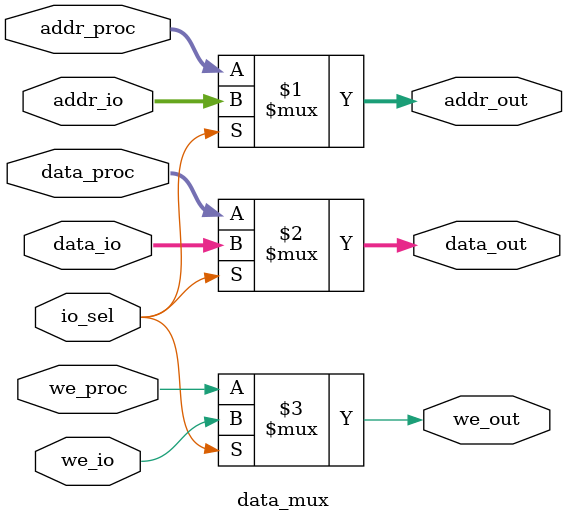
<source format=v>
module data_mux #(
    parameter ADDRW = 32,
    parameter DATAW = 32
) (
    input wire io_sel,

    input wire [ADDRW-1:0] addr_io,
    input wire [DATAW-1:0] data_io,
    input wire we_io,

    input wire [ADDRW-1:0] addr_proc,
    input wire [DATAW-1:0] data_proc,
    input wire we_proc,

    output wire [ADDRW-1:0] addr_out,
    output wire [DATAW-1:0] data_out,
    output wire we_out
);
    assign addr_out = (io_sel) ? addr_io : addr_proc;
    assign data_out = (io_sel) ? data_io : data_proc;
    assign we_out = (io_sel) ? we_io : we_proc;
endmodule
</source>
